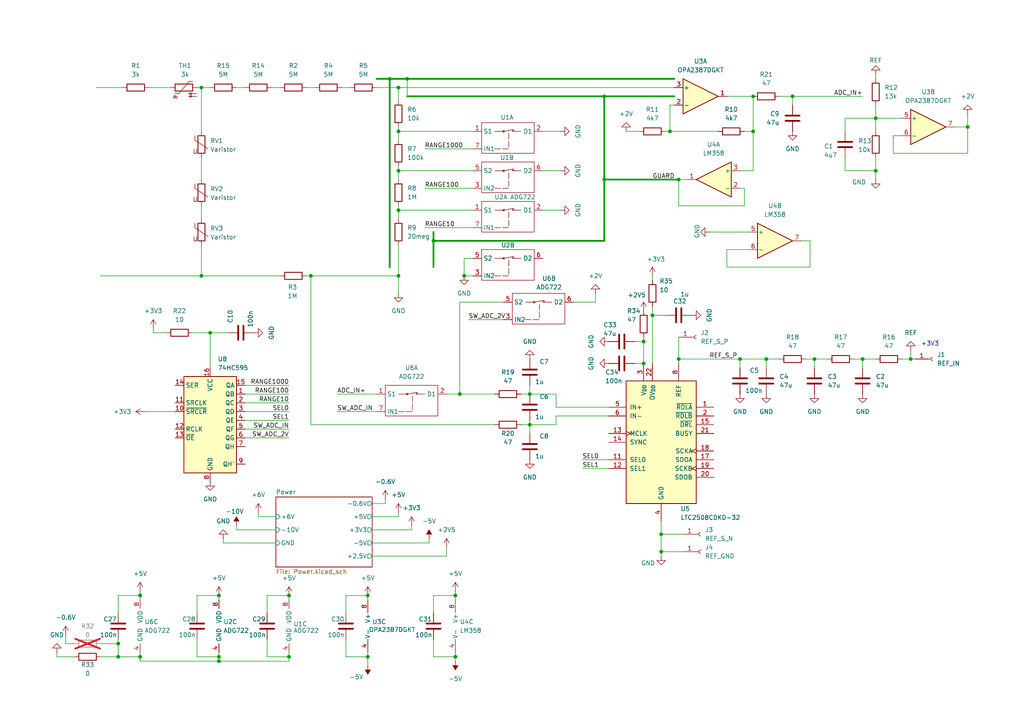
<source format=kicad_sch>
(kicad_sch (version 20231120) (generator "eeschema") (generator_version "8.0")
  (paper "A4")
  (lib_symbols
    (symbol "74xx:74HC595"
      (property "Reference" "U" (at -7.62 13.97 0))
      (property "Value" "74HC595" (at -7.62 -16.51 0))
      (symbol "74HC595_1_0"
        (pin tri_state line (at 10.16 7.62 180) (length 2.54) (name "QB") (number "1"))
        (pin input line (at -10.16 2.54 0) (length 2.54) (name "~{SRCLR}") (number "10"))
        (pin input line (at -10.16 5.08 0) (length 2.54) (name "SRCLK") (number "11"))
        (pin input line (at -10.16 -2.54 0) (length 2.54) (name "RCLK") (number "12"))
        (pin input line (at -10.16 -5.08 0) (length 2.54) (name "~{OE}") (number "13"))
        (pin input line (at -10.16 10.16 0) (length 2.54) (name "SER") (number "14"))
        (pin tri_state line (at 10.16 10.16 180) (length 2.54) (name "QA") (number "15"))
        (pin power_in line (at 0 15.24 270) (length 2.54) (name "VCC") (number "16"))
        (pin tri_state line (at 10.16 5.08 180) (length 2.54) (name "QC") (number "2"))
        (pin tri_state line (at 10.16 2.54 180) (length 2.54) (name "QD") (number "3"))
        (pin tri_state line (at 10.16 0 180) (length 2.54) (name "QE") (number "4"))
        (pin tri_state line (at 10.16 -2.54 180) (length 2.54) (name "QF") (number "5"))
        (pin tri_state line (at 10.16 -5.08 180) (length 2.54) (name "QG") (number "6"))
        (pin tri_state line (at 10.16 -7.62 180) (length 2.54) (name "QH") (number "7"))
        (pin power_in line (at 0 -17.78 90) (length 2.54) (name "GND") (number "8"))
        (pin output line (at 10.16 -12.7 180) (length 2.54) (name "QH'") (number "9"))
      )
    )
    (symbol "ADG722_1"
      (property "Reference" "U" (at 0 7.62 0))
      (property "Value" "ADG722" (at 0.508 4.826 0))
      (symbol "ADG722_1_1_1"
        (pin input line (at -10.16 1.27 0) (length 2.54) (name "S1") (number "1"))
        (pin output line (at 10.16 1.27 180) (length 2.54) (name "D1") (number "2"))
        (pin input line (at -10.16 -3.81 0) (length 2.54) (name "IN1") (number "7"))
      )
      (symbol "ADG722_1_2_1"
        (pin input line (at -10.16 -3.81 0) (length 2.54) (name "IN2") (number "3"))
        (pin input line (at -10.16 1.27 0) (length 2.54) (name "S2") (number "5"))
        (pin output line (at 10.16 1.27 180) (length 2.54) (name "D2") (number "6"))
      )
      (symbol "ADG722_1_3_1"
        (pin power_out line (at 0 -12.7 90) (length 2.54) (name "GND") (number "4"))
        (pin power_in line (at 0 2.54 270) (length 2.54) (name "VDD") (number "8"))
      )
    )
    (symbol "ADG722_2"
      (property "Reference" "U" (at 0 7.62 0))
      (property "Value" "ADG722" (at 0.508 4.826 0))
      (symbol "ADG722_2_1_1"
        (pin input line (at -10.16 1.27 0) (length 2.54) (name "S1") (number "1"))
        (pin output line (at 10.16 1.27 180) (length 2.54) (name "D1") (number "2"))
        (pin input line (at -10.16 -3.81 0) (length 2.54) (name "IN1") (number "7"))
      )
      (symbol "ADG722_2_2_1"
        (pin input line (at -10.16 -3.81 0) (length 2.54) (name "IN2") (number "3"))
        (pin input line (at -10.16 1.27 0) (length 2.54) (name "S2") (number "5"))
        (pin output line (at 10.16 1.27 180) (length 2.54) (name "D2") (number "6"))
      )
      (symbol "ADG722_2_3_1"
        (pin power_out line (at 0 -12.7 90) (length 2.54) (name "GND") (number "4"))
        (pin power_in line (at 0 2.54 270) (length 2.54) (name "VDD") (number "8"))
      )
    )
    (symbol "ADG722_3"
      (property "Reference" "U" (at 0 7.62 0))
      (property "Value" "ADG722" (at 0.508 4.826 0))
      (symbol "ADG722_3_1_1"
        (pin input line (at -10.16 1.27 0) (length 2.54) (name "S1") (number "1"))
        (pin output line (at 10.16 1.27 180) (length 2.54) (name "D1") (number "2"))
        (pin input line (at -10.16 -3.81 0) (length 2.54) (name "IN1") (number "7"))
      )
      (symbol "ADG722_3_2_1"
        (pin input line (at -10.16 -3.81 0) (length 2.54) (name "IN2") (number "3"))
        (pin input line (at -10.16 1.27 0) (length 2.54) (name "S2") (number "5"))
        (pin output line (at 10.16 1.27 180) (length 2.54) (name "D2") (number "6"))
      )
      (symbol "ADG722_3_3_1"
        (pin power_out line (at 0 -12.7 90) (length 2.54) (name "GND") (number "4"))
        (pin power_in line (at 0 2.54 270) (length 2.54) (name "VDD") (number "8"))
      )
    )
    (symbol "ADG722_4"
      (property "Reference" "U" (at 0 7.62 0))
      (property "Value" "ADG722" (at 0.508 4.826 0))
      (symbol "ADG722_4_1_1"
        (pin input line (at -10.16 1.27 0) (length 2.54) (name "S1") (number "1"))
        (pin output line (at 10.16 1.27 180) (length 2.54) (name "D1") (number "2"))
        (pin input line (at -10.16 -3.81 0) (length 2.54) (name "IN1") (number "7"))
      )
      (symbol "ADG722_4_2_1"
        (pin input line (at -10.16 -3.81 0) (length 2.54) (name "IN2") (number "3"))
        (pin input line (at -10.16 1.27 0) (length 2.54) (name "S2") (number "5"))
        (pin output line (at 10.16 1.27 180) (length 2.54) (name "D2") (number "6"))
      )
      (symbol "ADG722_4_3_1"
        (pin power_out line (at 0 -12.7 90) (length 2.54) (name "GND") (number "4"))
        (pin power_in line (at 0 2.54 270) (length 2.54) (name "VDD") (number "8"))
      )
    )
    (symbol "Amplifier_Operational:LM358" (pin_names (offset 0.127))
      (property "Reference" "U" (at 0 5.08 0))
      (property "Value" "LM358" (at 0 -5.08 0))
      (symbol "LM358_1_1"
        (pin output line (at 7.62 0 180) (length 2.54) (name "~") (number "1"))
        (pin input line (at -7.62 -2.54 0) (length 2.54) (name "-") (number "2"))
        (pin input line (at -7.62 2.54 0) (length 2.54) (name "+") (number "3"))
      )
      (symbol "LM358_2_1"
        (pin input line (at -7.62 2.54 0) (length 2.54) (name "+") (number "5"))
        (pin input line (at -7.62 -2.54 0) (length 2.54) (name "-") (number "6"))
        (pin output line (at 7.62 0 180) (length 2.54) (name "~") (number "7"))
      )
      (symbol "LM358_3_1"
        (pin power_in line (at -2.54 -7.62 90) (length 3.81) (name "V-") (number "4"))
        (pin power_in line (at -2.54 7.62 270) (length 3.81) (name "V+") (number "8"))
      )
    )
    (symbol "Amplifier_Operational:OPA2325" (pin_names (offset 0.127))
      (property "Reference" "U" (at 0 5.08 0))
      (property "Value" "OPA2325" (at -1.27 -5.08 0))
      (symbol "OPA2325_1_1"
        (pin output line (at 7.62 0 180) (length 2.54) (name "~") (number "1"))
        (pin input line (at -7.62 -2.54 0) (length 2.54) (name "-") (number "2"))
        (pin input line (at -7.62 2.54 0) (length 2.54) (name "+") (number "3"))
      )
      (symbol "OPA2325_2_1"
        (pin input line (at -7.62 2.54 0) (length 2.54) (name "+") (number "5"))
        (pin input line (at -7.62 -2.54 0) (length 2.54) (name "-") (number "6"))
        (pin output line (at 7.62 0 180) (length 2.54) (name "~") (number "7"))
      )
      (symbol "OPA2325_3_1"
        (pin power_in line (at -2.54 -7.62 90) (length 3.81) (name "V-") (number "4"))
        (pin power_in line (at -2.54 7.62 270) (length 3.81) (name "V+") (number "8"))
      )
    )
    (symbol "Analog_ADC:LTC2508CDKD-32" (pin_names (offset 1.016))
      (property "Reference" "U" (at -10.16 19.05 0))
      (property "Value" "LTC2508CDKD-32" (at 22.86 19.05 0))
      (symbol "LTC2508CDKD-32_1_1"
        (pin input line (at 15.24 10.16 180) (length 5.08) (name "~{RDLA}") (number "1"))
        (pin passive line (at 5.08 22.86 270) (length 5.08) hide (name "REF") (number "10"))
        (pin input line (at -15.24 -5.08 0) (length 5.08) (name "SEL0") (number "11"))
        (pin input line (at -15.24 -7.62 0) (length 5.08) (name "SEL1") (number "12"))
        (pin input clock (at -15.24 2.54 0) (length 5.08) (name "MCLK") (number "13"))
        (pin input line (at -15.24 0 0) (length 5.08) (name "SYNC") (number "14"))
        (pin output line (at 15.24 5.08 180) (length 5.08) (name "~{DRL}") (number "15"))
        (pin passive line (at 0 -22.86 90) (length 5.08) hide (name "GND") (number "16"))
        (pin tri_state line (at 15.24 -5.08 180) (length 5.08) (name "SDOA") (number "17"))
        (pin input clock (at 15.24 -2.54 180) (length 5.08) (name "SCKA") (number "18"))
        (pin input clock (at 15.24 -7.62 180) (length 5.08) (name "SCKB") (number "19"))
        (pin input line (at 15.24 7.62 180) (length 5.08) (name "~{RDLB}") (number "2"))
        (pin tri_state line (at 15.24 -10.16 180) (length 5.08) (name "SDOB") (number "20"))
        (pin output line (at 15.24 2.54 180) (length 5.08) (name "BUSY") (number "21"))
        (pin power_in line (at -2.54 22.86 270) (length 5.08) (name "OV_{DD}") (number "22"))
        (pin passive line (at 0 -22.86 90) (length 5.08) hide (name "GND") (number "23"))
        (pin passive line (at 0 -22.86 90) (length 5.08) hide (name "GND") (number "24"))
        (pin passive line (at 0 -22.86 90) (length 5.08) hide (name "GND") (number "25"))
        (pin power_in line (at -5.08 22.86 270) (length 5.08) (name "V_{DD}") (number "3"))
        (pin power_in line (at 0 -22.86 90) (length 5.08) (name "GND") (number "4"))
        (pin input line (at -15.24 10.16 0) (length 5.08) (name "IN+") (number "5"))
        (pin input line (at -15.24 7.62 0) (length 5.08) (name "IN-") (number "6"))
        (pin passive line (at 0 -22.86 90) (length 5.08) hide (name "GND") (number "7"))
        (pin passive line (at 5.08 22.86 270) (length 5.08) (name "REF") (number "8"))
        (pin passive line (at 5.08 22.86 270) (length 5.08) hide (name "REF") (number "9"))
      )
    )
    (symbol "Connector:Conn_01x01_Socket" (pin_names (offset 1.016) hide)
      (property "Reference" "J" (at 0 2.54 0))
      (property "Value" "Conn_01x01_Socket" (at 0 -2.54 0))
      (symbol "Conn_01x01_Socket_1_1"
        (pin passive line (at -5.08 0 0) (length 3.81) (name "Pin_1") (number "1"))
      )
    )
    (symbol "Device:C" (pin_numbers hide) (pin_names (offset 0.254))
      (property "Reference" "C" (at 0.635 2.54 0))
      (property "Value" "C" (at 0.635 -2.54 0))
      (symbol "C_1_1"
        (pin passive line (at 0 3.81 270) (length 2.794) (name "~") (number "1"))
        (pin passive line (at 0 -3.81 90) (length 2.794) (name "~") (number "2"))
      )
    )
    (symbol "Device:R" (pin_numbers hide) (pin_names (offset 0))
      (property "Reference" "R" (at 2.032 0 90))
      (property "Value" "R" (at 0 0 90))
      (symbol "R_1_1"
        (pin passive line (at 0 3.81 270) (length 1.27) (name "~") (number "1"))
        (pin passive line (at 0 -3.81 90) (length 1.27) (name "~") (number "2"))
      )
    )
    (symbol "Device:Thermistor_PTC" (pin_numbers hide) (pin_names (offset 0))
      (property "Reference" "TH" (at -4.064 0 90))
      (property "Value" "Thermistor_PTC" (at 3.048 0 90))
      (symbol "Thermistor_PTC_1_1"
        (pin passive line (at 0 3.81 270) (length 1.27) (name "~") (number "1"))
        (pin passive line (at 0 -3.81 90) (length 1.27) (name "~") (number "2"))
      )
    )
    (symbol "Device:Varistor" (pin_numbers hide) (pin_names (offset 0))
      (property "Reference" "RV" (at 3.175 0 90))
      (property "Value" "Varistor" (at -3.175 0 90))
      (symbol "Varistor_0_0"
        (text "U" (at -1.778 -2.032 0) (effects (font (size 1.27 1.27))))
      )
      (symbol "Varistor_1_1"
        (pin passive line (at 0 3.81 270) (length 1.27) (name "~") (number "1"))
        (pin passive line (at 0 -3.81 90) (length 1.27) (name "~") (number "2"))
      )
    )
    (symbol "New_Library:ADG722"
      (property "Reference" "U" (at 0 7.62 0))
      (symbol "ADG722_1_1"
        (pin input line (at -10.16 1.27 0) (length 2.54) (name "S1") (number "1"))
        (pin output line (at 10.16 1.27 180) (length 2.54) (name "D1") (number "2"))
        (pin input line (at -10.16 -3.81 0) (length 2.54) (name "IN1") (number "7"))
      )
      (symbol "ADG722_2_1"
        (pin input line (at -10.16 -3.81 0) (length 2.54) (name "IN2") (number "3"))
        (pin input line (at -10.16 1.27 0) (length 2.54) (name "S2") (number "5"))
        (pin output line (at 10.16 1.27 180) (length 2.54) (name "D2") (number "6"))
      )
      (symbol "ADG722_3_1"
        (pin power_out line (at 0 -12.7 90) (length 2.54) (name "GND") (number "4"))
        (pin power_in line (at 0 2.54 270) (length 2.54) (name "VDD") (number "8"))
      )
    )
    (symbol "power:+1V0" (power) (pin_numbers hide) (pin_names (offset 0) hide)
      (property "Value" "+1V0" (at 0 3.556 0))
      (symbol "+1V0_1_1"
        (pin power_in line (at 0 0 90) (length 0) (name "~") (number "1"))
      )
    )
    (symbol "power:+2V5" (power) (pin_numbers hide) (pin_names (offset 0) hide)
      (property "Value" "+2V5" (at 0 3.556 0))
      (symbol "+2V5_1_1"
        (pin power_in line (at 0 0 90) (length 0) (name "~") (number "1"))
      )
    )
    (symbol "power:+3V3" (power) (pin_numbers hide) (pin_names (offset 0) hide)
      (property "Value" "+3V3" (at 0 3.556 0))
      (symbol "+3V3_1_1"
        (pin power_in line (at 0 0 90) (length 0) (name "~") (number "1"))
      )
    )
    (symbol "power:+5V" (power) (pin_numbers hide) (pin_names (offset 0) hide)
      (property "Value" "+5V" (at 0 3.556 0))
      (symbol "+5V_1_1"
        (pin power_in line (at 0 0 90) (length 0) (name "~") (number "1"))
      )
    )
    (symbol "power:+6V" (power) (pin_numbers hide) (pin_names (offset 0) hide)
      (property "Value" "+6V" (at 0 3.556 0))
      (symbol "+6V_1_1"
        (pin power_in line (at 0 0 90) (length 0) (name "~") (number "1"))
      )
    )
    (symbol "power:-10V" (power) (pin_numbers hide) (pin_names (offset 0) hide)
      (property "Value" "-10V" (at 0 3.556 0))
      (symbol "-10V_0_0"
        (pin power_in line (at 0 0 90) (length 0) (name "~") (number "1"))
      )
    )
    (symbol "power:-5V" (power) (pin_numbers hide) (pin_names (offset 0) hide)
      (property "Value" "-5V" (at 0 3.556 0))
      (symbol "-5V_0_0"
        (pin power_in line (at 0 0 90) (length 0) (name "~") (number "1"))
      )
    )
    (symbol "power:GND" (power) (pin_numbers hide) (pin_names (offset 0) hide)
      (property "Value" "GND" (at 0 -3.81 0))
      (symbol "GND_1_1"
        (pin power_in line (at 0 0 270) (length 0) (name "~") (number "1"))
      )
    )
  )
  (junction (at 186.69 105.41))
  (junction (at 115.57 80.01))
  (junction (at 63.5 190.5))
  (junction (at 186.69 99.06))
  (junction (at 175.26 27.94))
  (junction (at 214.63 104.14))
  (junction (at 115.57 25.4))
  (junction (at 189.23 91.44))
  (junction (at 63.5 191.77))
  (junction (at 175.26 52.07))
  (junction (at 132.08 172.72))
  (junction (at 83.82 172.72))
  (junction (at 83.82 190.5))
  (junction (at 254 34.29))
  (junction (at 229.87 27.94))
  (junction (at 40.64 190.5))
  (junction (at 191.77 160.02))
  (junction (at 58.42 25.4))
  (junction (at 40.64 172.72))
  (junction (at 63.5 172.72))
  (junction (at 194.31 38.1))
  (junction (at 196.85 104.14))
  (junction (at 106.68 190.5))
  (junction (at 60.96 96.52))
  (junction (at 134.62 80.01))
  (junction (at 125.73 69.85))
  (junction (at 133.35 114.3))
  (junction (at 254 49.53))
  (junction (at 58.42 80.01))
  (junction (at 153.67 123.19))
  (junction (at 264.16 104.14))
  (junction (at 106.68 172.72))
  (junction (at 196.85 52.07))
  (junction (at 115.57 49.53))
  (junction (at 218.44 27.94))
  (junction (at 34.29 186.69))
  (junction (at 113.03 22.86))
  (junction (at 118.11 22.86))
  (junction (at 34.29 190.5))
  (junction (at 191.77 154.94))
  (junction (at 115.57 60.96))
  (junction (at 236.22 104.14))
  (junction (at 90.17 80.01))
  (junction (at 115.57 38.1))
  (junction (at 132.08 190.5))
  (junction (at 153.67 114.3))
  (junction (at 218.44 38.1))
  (junction (at 250.19 104.14))
  (junction (at 222.25 104.14))
  (junction (at 280.67 36.83))
  (wire (pts (xy 107.95 161.29) (xy 129.54 161.29)))
  (wire (pts (xy 83.82 111.76) (xy 71.12 111.76)))
  (wire (pts (xy 63.5 191.77) (xy 83.82 191.77)))
  (wire (pts (xy 58.42 38.1) (xy 58.42 25.4)))
  (wire (pts (xy 175.26 52.07) (xy 175.26 69.85)) (stroke (width 0.508)))
  (wire (pts (xy 214.63 106.68) (xy 214.63 104.14)))
  (wire (pts (xy 60.96 96.52) (xy 60.96 106.68)))
  (wire (pts (xy 77.47 185.42) (xy 77.47 190.5)))
  (wire (pts (xy 132.08 190.5) (xy 132.08 189.23)))
  (wire (pts (xy 153.67 114.3) (xy 161.29 114.3)))
  (wire (pts (xy 261.62 104.14) (xy 264.16 104.14)))
  (wire (pts (xy 77.47 177.8) (xy 77.47 172.72)))
  (wire (pts (xy 34.29 186.69) (xy 34.29 190.5)))
  (wire (pts (xy 99.06 25.4) (xy 101.6 25.4)))
  (wire (pts (xy 161.29 114.3) (xy 161.29 118.11)))
  (wire (pts (xy 68.58 25.4) (xy 71.12 25.4)))
  (wire (pts (xy 261.62 39.37) (xy 259.08 39.37)))
  (wire (pts (xy 245.11 49.53) (xy 254 49.53)))
  (wire (pts (xy 191.77 154.94) (xy 191.77 160.02)))
  (wire (pts (xy 97.79 119.38) (xy 109.22 119.38)))
  (wire (pts (xy 58.42 80.01) (xy 81.28 80.01)))
  (wire (pts (xy 125.73 177.8) (xy 125.73 172.72)))
  (wire (pts (xy 83.82 190.5) (xy 83.82 189.23)))
  (wire (pts (xy 153.67 121.92) (xy 153.67 123.19)))
  (wire (pts (xy 115.57 25.4) (xy 115.57 29.21)))
  (wire (pts (xy 44.45 96.52) (xy 48.26 96.52)))
  (wire (pts (xy 175.26 27.94) (xy 195.58 27.94)) (stroke (width 0.508)))
  (wire (pts (xy 123.19 43.18) (xy 137.16 43.18)))
  (wire (pts (xy 100.33 177.8) (xy 100.33 172.72)))
  (wire (pts (xy 40.64 190.5) (xy 40.64 189.23)))
  (wire (pts (xy 196.85 105.41) (xy 196.85 104.14)))
  (wire (pts (xy 196.85 52.07) (xy 175.26 52.07)) (stroke (width 0.508)))
  (wire (pts (xy 245.11 34.29) (xy 254 34.29)))
  (wire (pts (xy 133.35 87.63) (xy 133.35 114.3)))
  (wire (pts (xy 34.29 172.72) (xy 40.64 172.72)))
  (wire (pts (xy 205.74 67.31) (xy 217.17 67.31)))
  (wire (pts (xy 151.13 123.19) (xy 153.67 123.19)))
  (wire (pts (xy 157.48 38.1) (xy 162.56 38.1)))
  (wire (pts (xy 119.38 153.67) (xy 107.95 153.67)))
  (wire (pts (xy 186.69 99.06) (xy 186.69 105.41)))
  (wire (pts (xy 43.18 25.4) (xy 49.53 25.4)))
  (wire (pts (xy 115.57 71.12) (xy 115.57 80.01)))
  (wire (pts (xy 189.23 91.44) (xy 189.23 105.41)))
  (wire (pts (xy 125.73 185.42) (xy 125.73 190.5)))
  (wire (pts (xy 115.57 49.53) (xy 115.57 52.07)))
  (wire (pts (xy 280.67 44.45) (xy 280.67 36.83)))
  (wire (pts (xy 129.54 158.75) (xy 129.54 161.29)))
  (wire (pts (xy 109.22 22.86) (xy 113.03 22.86)) (stroke (width 0.508)))
  (wire (pts (xy 68.58 153.67) (xy 80.01 153.67)))
  (wire (pts (xy 161.29 118.11) (xy 176.53 118.11)))
  (wire (pts (xy 58.42 71.12) (xy 58.42 80.01)))
  (wire (pts (xy 233.68 104.14) (xy 236.22 104.14)))
  (wire (pts (xy 137.16 74.93) (xy 134.62 74.93)))
  (wire (pts (xy 83.82 190.5) (xy 83.82 191.77)))
  (wire (pts (xy 57.15 25.4) (xy 58.42 25.4)))
  (wire (pts (xy 222.25 104.14) (xy 226.06 104.14)))
  (wire (pts (xy 57.15 190.5) (xy 63.5 190.5)))
  (wire (pts (xy 115.57 148.59) (xy 115.57 149.86)))
  (wire (pts (xy 245.11 45.72) (xy 245.11 49.53)))
  (wire (pts (xy 106.68 189.23) (xy 106.68 190.5)))
  (wire (pts (xy 78.74 25.4) (xy 81.28 25.4)))
  (wire (pts (xy 218.44 27.94) (xy 210.82 27.94)))
  (wire (pts (xy 115.57 60.96) (xy 137.16 60.96)))
  (wire (pts (xy 29.21 190.5) (xy 34.29 190.5)))
  (wire (pts (xy 196.85 59.69) (xy 196.85 52.07)))
  (wire (pts (xy 115.57 149.86) (xy 107.95 149.86)))
  (wire (pts (xy 44.45 95.25) (xy 44.45 96.52)))
  (wire (pts (xy 106.68 172.72) (xy 106.68 173.99)))
  (wire (pts (xy 146.05 87.63) (xy 133.35 87.63)))
  (wire (pts (xy 161.29 120.65) (xy 176.53 120.65)))
  (wire (pts (xy 218.44 38.1) (xy 218.44 27.94)))
  (wire (pts (xy 194.31 38.1) (xy 208.28 38.1)))
  (wire (pts (xy 119.38 152.4) (xy 119.38 153.67)))
  (wire (pts (xy 214.63 49.53) (xy 218.44 49.53)))
  (wire (pts (xy 63.5 190.5) (xy 63.5 189.23)))
  (wire (pts (xy 40.64 172.72) (xy 40.64 173.99)))
  (wire (pts (xy 77.47 190.5) (xy 83.82 190.5)))
  (wire (pts (xy 250.19 106.68) (xy 250.19 104.14)))
  (wire (pts (xy 83.82 127) (xy 71.12 127)))
  (wire (pts (xy 83.82 119.38) (xy 71.12 119.38)))
  (wire (pts (xy 229.87 30.48) (xy 229.87 27.94)))
  (wire (pts (xy 254 34.29) (xy 261.62 34.29)))
  (wire (pts (xy 215.9 54.61) (xy 215.9 59.69)))
  (wire (pts (xy 57.15 172.72) (xy 63.5 172.72)))
  (wire (pts (xy 115.57 60.96) (xy 115.57 63.5)))
  (wire (pts (xy 191.77 160.02) (xy 198.12 160.02)))
  (wire (pts (xy 172.72 87.63) (xy 172.72 85.09)))
  (wire (pts (xy 90.17 123.19) (xy 90.17 80.01)))
  (wire (pts (xy 186.69 97.79) (xy 186.69 99.06)))
  (wire (pts (xy 135.89 92.71) (xy 146.05 92.71)))
  (wire (pts (xy 196.85 104.14) (xy 214.63 104.14)))
  (wire (pts (xy 210.82 77.47) (xy 234.95 77.47)))
  (wire (pts (xy 63.5 172.72) (xy 63.5 173.99)))
  (wire (pts (xy 64.77 157.48) (xy 64.77 156.21)))
  (wire (pts (xy 74.93 149.86) (xy 74.93 148.59)))
  (wire (pts (xy 57.15 185.42) (xy 57.15 190.5)))
  (wire (pts (xy 195.58 25.4) (xy 115.57 25.4)))
  (wire (pts (xy 83.82 114.3) (xy 71.12 114.3)))
  (wire (pts (xy 280.67 36.83) (xy 276.86 36.83)))
  (wire (pts (xy 191.77 154.94) (xy 191.77 151.13)))
  (wire (pts (xy 280.67 33.02) (xy 280.67 36.83)))
  (wire (pts (xy 264.16 104.14) (xy 265.43 104.14)))
  (wire (pts (xy 166.37 87.63) (xy 172.72 87.63)))
  (wire (pts (xy 254 30.48) (xy 254 34.29)))
  (wire (pts (xy 129.54 114.3) (xy 133.35 114.3)))
  (wire (pts (xy 234.95 69.85) (xy 232.41 69.85)))
  (wire (pts (xy 153.67 123.19) (xy 161.29 123.19)))
  (wire (pts (xy 58.42 25.4) (xy 60.96 25.4)))
  (wire (pts (xy 123.19 66.04) (xy 137.16 66.04)))
  (wire (pts (xy 113.03 22.86) (xy 118.11 22.86)) (stroke (width 0.508)))
  (wire (pts (xy 27.94 25.4) (xy 35.56 25.4)))
  (wire (pts (xy 115.57 49.53) (xy 137.16 49.53)))
  (wire (pts (xy 115.57 59.69) (xy 115.57 60.96)))
  (wire (pts (xy 115.57 36.83) (xy 115.57 38.1)))
  (wire (pts (xy 124.46 157.48) (xy 107.95 157.48)))
  (wire (pts (xy 250.19 104.14) (xy 247.65 104.14)))
  (wire (pts (xy 236.22 104.14) (xy 236.22 106.68)))
  (wire (pts (xy 58.42 45.72) (xy 58.42 52.07)))
  (wire (pts (xy 100.33 190.5) (xy 106.68 190.5)))
  (wire (pts (xy 58.42 59.69) (xy 58.42 63.5)))
  (wire (pts (xy 34.29 190.5) (xy 40.64 190.5)))
  (wire (pts (xy 88.9 25.4) (xy 91.44 25.4)))
  (wire (pts (xy 264.16 101.6) (xy 264.16 104.14)))
  (wire (pts (xy 106.68 190.5) (xy 106.68 193.04)))
  (wire (pts (xy 34.29 185.42) (xy 34.29 186.69)))
  (wire (pts (xy 134.62 80.01) (xy 137.16 80.01)))
  (wire (pts (xy 115.57 38.1) (xy 115.57 40.64)))
  (wire (pts (xy 176.53 135.89) (xy 168.91 135.89)))
  (wire (pts (xy 115.57 38.1) (xy 137.16 38.1)))
  (wire (pts (xy 133.35 114.3) (xy 143.51 114.3)))
  (wire (pts (xy 125.73 67.31) (xy 125.73 69.85)) (stroke (width 0.508)))
  (wire (pts (xy 250.19 104.14) (xy 254 104.14)))
  (wire (pts (xy 19.05 184.15) (xy 19.05 186.69)))
  (wire (pts (xy 83.82 172.72) (xy 83.82 173.99)))
  (wire (pts (xy 132.08 190.5) (xy 132.08 191.77)))
  (wire (pts (xy 132.08 172.72) (xy 132.08 173.99)))
  (wire (pts (xy 60.96 96.52) (xy 55.88 96.52)))
  (wire (pts (xy 196.85 52.07) (xy 199.39 52.07)))
  (wire (pts (xy 175.26 52.07) (xy 175.26 27.94)) (stroke (width 0.508)))
  (wire (pts (xy 254 49.53) (xy 254 52.07)))
  (wire (pts (xy 132.08 171.45) (xy 132.08 172.72)))
  (wire (pts (xy 143.51 123.19) (xy 90.17 123.19)))
  (wire (pts (xy 80.01 157.48) (xy 64.77 157.48)))
  (wire (pts (xy 83.82 116.84) (xy 71.12 116.84)))
  (wire (pts (xy 222.25 106.68) (xy 222.25 104.14)))
  (wire (pts (xy 80.01 149.86) (xy 74.93 149.86)))
  (wire (pts (xy 97.79 114.3) (xy 109.22 114.3)))
  (wire (pts (xy 161.29 120.65) (xy 161.29 123.19)))
  (wire (pts (xy 109.22 25.4) (xy 115.57 25.4)))
  (wire (pts (xy 157.48 60.96) (xy 162.56 60.96)))
  (wire (pts (xy 113.03 22.86) (xy 113.03 77.47)) (stroke (width 0.508)))
  (wire (pts (xy 215.9 38.1) (xy 218.44 38.1)))
  (wire (pts (xy 218.44 49.53) (xy 218.44 38.1)))
  (wire (pts (xy 60.96 96.52) (xy 66.04 96.52)))
  (wire (pts (xy 214.63 104.14) (xy 222.25 104.14)))
  (wire (pts (xy 125.73 190.5) (xy 132.08 190.5)))
  (wire (pts (xy 19.05 186.69) (xy 21.59 186.69)))
  (wire (pts (xy 83.82 124.46) (xy 71.12 124.46)))
  (wire (pts (xy 111.76 146.05) (xy 107.95 146.05)))
  (wire (pts (xy 90.17 80.01) (xy 115.57 80.01)))
  (wire (pts (xy 153.67 123.19) (xy 153.67 125.73)))
  (wire (pts (xy 41.91 119.38) (xy 50.8 119.38)))
  (wire (pts (xy 189.23 91.44) (xy 193.04 91.44)))
  (wire (pts (xy 125.73 69.85) (xy 125.73 77.47)) (stroke (width 0.508)))
  (wire (pts (xy 236.22 104.14) (xy 240.03 104.14)))
  (wire (pts (xy 229.87 27.94) (xy 226.06 27.94)))
  (wire (pts (xy 184.15 99.06) (xy 186.69 99.06)))
  (wire (pts (xy 16.51 190.5) (xy 21.59 190.5)))
  (wire (pts (xy 194.31 30.48) (xy 194.31 38.1)))
  (wire (pts (xy 189.23 80.01) (xy 189.23 81.28)))
  (wire (pts (xy 118.11 22.86) (xy 195.58 22.86)) (stroke (width 0.508)))
  (wire (pts (xy 259.08 44.45) (xy 280.67 44.45)))
  (wire (pts (xy 40.64 191.77) (xy 63.5 191.77)))
  (wire (pts (xy 115.57 80.01) (xy 115.57 85.09)))
  (wire (pts (xy 88.9 80.01) (xy 90.17 80.01)))
  (wire (pts (xy 234.95 77.47) (xy 234.95 69.85)))
  (wire (pts (xy 189.23 88.9) (xy 189.23 91.44)))
  (wire (pts (xy 229.87 27.94) (xy 250.19 27.94)))
  (wire (pts (xy 125.73 172.72) (xy 132.08 172.72)))
  (wire (pts (xy 83.82 121.92) (xy 71.12 121.92)))
  (wire (pts (xy 181.61 38.1) (xy 185.42 38.1)))
  (wire (pts (xy 184.15 105.41) (xy 186.69 105.41)))
  (wire (pts (xy 134.62 74.93) (xy 134.62 80.01)))
  (wire (pts (xy 153.67 111.76) (xy 153.67 114.3)))
  (wire (pts (xy 63.5 190.5) (xy 63.5 191.77)))
  (wire (pts (xy 215.9 59.69) (xy 196.85 59.69)))
  (wire (pts (xy 214.63 54.61) (xy 215.9 54.61)))
  (wire (pts (xy 57.15 177.8) (xy 57.15 172.72)))
  (wire (pts (xy 40.64 190.5) (xy 40.64 191.77)))
  (wire (pts (xy 151.13 114.3) (xy 153.67 114.3)))
  (wire (pts (xy 115.57 48.26) (xy 115.57 49.53)))
  (wire (pts (xy 29.21 80.01) (xy 58.42 80.01)))
  (wire (pts (xy 157.48 49.53) (xy 162.56 49.53)))
  (wire (pts (xy 245.11 38.1) (xy 245.11 34.29)))
  (wire (pts (xy 111.76 144.78) (xy 111.76 146.05)))
  (wire (pts (xy 123.19 54.61) (xy 137.16 54.61)))
  (wire (pts (xy 217.17 72.39) (xy 210.82 72.39)))
  (wire (pts (xy 195.58 30.48) (xy 194.31 30.48)))
  (wire (pts (xy 100.33 172.72) (xy 106.68 172.72)))
  (wire (pts (xy 168.91 133.35) (xy 176.53 133.35)))
  (wire (pts (xy 254 49.53) (xy 254 45.72)))
  (wire (pts (xy 259.08 39.37) (xy 259.08 44.45)))
  (wire (pts (xy 34.29 177.8) (xy 34.29 172.72)))
  (wire (pts (xy 254 34.29) (xy 254 38.1)))
  (wire (pts (xy 254 21.59) (xy 254 22.86)))
  (wire (pts (xy 210.82 72.39) (xy 210.82 77.47)))
  (wire (pts (xy 198.12 154.94) (xy 191.77 154.94)))
  (wire (pts (xy 77.47 172.72) (xy 83.82 172.72)))
  (wire (pts (xy 118.11 22.86) (xy 118.11 27.94)))
  (wire (pts (xy 100.33 185.42) (xy 100.33 190.5)))
  (wire (pts (xy 193.04 38.1) (xy 194.31 38.1)))
  (wire (pts (xy 68.58 152.4) (xy 68.58 153.67)))
  (wire (pts (xy 29.21 186.69) (xy 34.29 186.69)))
  (wire (pts (xy 196.85 97.79) (xy 196.85 104.14)))
  (wire (pts (xy 40.64 171.45) (xy 40.64 172.72)))
  (wire (pts (xy 191.77 160.02) (xy 191.77 161.29)))
  (wire (pts (xy 118.11 27.94) (xy 175.26 27.94)) (stroke (width 0.508)))
  (wire (pts (xy 16.51 189.23) (xy 16.51 190.5)))
  (wire (pts (xy 124.46 156.21) (xy 124.46 157.48)))
  (wire (pts (xy 175.26 69.85) (xy 125.73 69.85)) (stroke (width 0.508)))
  (text "+3V3" (at 269.748 99.822 0) (effects (font (size 1.27 1.27))))
  (label "RANGE1000" (at 123.19 43.18 0))
  (label "SW_ADC_2V" (at 83.82 127 180))
  (label "RANGE100" (at 123.19 54.61 0))
  (label "SEL0" (at 83.82 119.38 180))
  (label "ADC_IN+" (at 97.79 114.3 0))
  (label "RANGE10" (at 123.19 66.04 0))
  (label "RANGE1000" (at 83.82 111.76 180))
  (label "SW_ADC_IN" (at 97.79 119.38 0))
  (label "REF_S_P" (at 205.74 104.14 0))
  (label "SEL1" (at 83.82 121.92 180))
  (label "GUARD" (at 189.23 52.07 0))
  (label "SEL0" (at 168.91 133.35 0))
  (label "RANGE10" (at 83.82 116.84 180))
  (label "RANGE100" (at 83.82 114.3 180))
  (label "SW_ADC_2V" (at 135.89 92.71 0))
  (label "SEL1" (at 168.91 135.89 0))
  (label "ADC_IN+" (at 250.19 27.94 180))
  (label "SW_ADC_IN" (at 83.82 124.46 180))
  (symbol (lib_id "Device:R") (at 254 41.91 0) (unit 1)
    (property "Reference" "R13" (at 248.92 40.894 0) (effects (justify left)))
    (property "Value" "10k" (at 248.92 43.434 0) (effects (justify left)))
    (property "Footprint" "Resistor_SMD:R_1206_3216Metric_Pad1.30x1.75mm_HandSolder" (effects (hide yes)))
    (property "Description" "Resistor" (effects (hide yes)))
  )
  (symbol (lib_id "power:GND") (at 162.56 49.53 90) (unit 1)
    (property "Reference" "#PWR03" (effects (hide yes)))
    (property "Value" "GND" (at 167.64 49.53 0))
    (property "Description" "Power symbol creates a global label with name \"GND\" , ground" (effects (hide yes)))
  )
  (symbol (lib_id "power:GND") (at 176.53 105.41 270) (unit 1)
    (property "Reference" "#PWR079" (effects (hide yes)))
    (property "Value" "GND" (at 171.45 105.41 0))
    (property "Description" "Power symbol creates a global label with name \"GND\" , ground" (effects (hide yes)))
  )
  (symbol (lib_id "Device:Varistor") (at 58.42 67.31 0) (unit 1)
    (property "Reference" "RV3" (at 60.96 66.2332 0) (effects (justify left)))
    (property "Value" "Varistor" (at 60.96 68.7732 0) (effects (justify left)))
    (property "Footprint" "Varistor:RV_Disc_D7mm_W3.7mm_P5mm" (effects (hide yes)))
    (property "Description" "Voltage dependent resistor" (effects (hide yes)))
    (property "Sim.Name" "kicad_builtin_varistor" (effects (hide yes)))
    (property "Sim.Device" "SUBCKT" (effects (hide yes)))
    (property "Sim.Pins" "1=A 2=B" (effects (hide yes)))
    (property "Sim.Params" "threshold=1k" (effects (hide yes)))
    (property "Sim.Library" "${KICAD7_SYMBOL_DIR}/Simulation_SPICE.sp" (effects (hide yes)))
  )
  (symbol (lib_id "Device:C") (at 180.34 105.41 270) (unit 1)
    (property "Reference" "C34" (at 175.514 107.95 90) (effects (justify left)))
    (property "Value" "100n" (at 175.514 110.49 90) (effects (justify left)))
    (property "Footprint" "Capacitor_SMD:C_0805_2012Metric_Pad1.18x1.45mm_HandSolder" (effects (hide yes)))
    (property "Description" "Unpolarized capacitor" (effects (hide yes)))
  )
  (symbol (lib_id "power:GND") (at 64.77 156.21 180) (unit 1)
    (property "Reference" "#PWR072" (effects (hide yes)))
    (property "Value" "GND" (at 64.77 151.13 0))
    (property "Description" "Power symbol creates a global label with name \"GND\" , ground" (effects (hide yes)))
  )
  (symbol (lib_id "Connector:Conn_01x01_Socket") (at 203.2 154.94 0) (unit 1)
    (property "Reference" "J3" (at 204.47 153.6699 0) (effects (justify left)))
    (property "Value" "REF_S_N" (at 204.47 156.2099 0) (effects (justify left)))
    (property "Footprint" "Connector_PinHeader_2.54mm:PinHeader_1x01_P2.54mm_Vertical" (effects (hide yes)))
    (property "Description" "Generic connector, single row, 01x01, script generated" (effects (hide yes)))
  )
  (symbol (lib_id "Device:R") (at 85.09 25.4 90) (unit 1)
    (property "Reference" "R2" (at 85.09 19.05 90))
    (property "Value" "5M" (at 85.09 21.59 90))
    (property "Footprint" "Resistor_SMD:R_1206_3216Metric_Pad1.30x1.75mm_HandSolder" (effects (hide yes)))
    (property "Description" "Resistor" (effects (hide yes)))
  )
  (symbol (lib_id "Device:Varistor") (at 58.42 55.88 0) (unit 1)
    (property "Reference" "RV2" (at 60.96 54.8032 0) (effects (justify left)))
    (property "Value" "Varistor" (at 60.96 57.3432 0) (effects (justify left)))
    (property "Footprint" "Varistor:RV_Disc_D7mm_W3.7mm_P5mm" (effects (hide yes)))
    (property "Description" "Voltage dependent resistor" (effects (hide yes)))
    (property "Sim.Name" "kicad_builtin_varistor" (effects (hide yes)))
    (property "Sim.Device" "SUBCKT" (effects (hide yes)))
    (property "Sim.Pins" "1=A 2=B" (effects (hide yes)))
    (property "Sim.Params" "threshold=1k" (effects (hide yes)))
    (property "Sim.Library" "${KICAD7_SYMBOL_DIR}/Simulation_SPICE.sp" (effects (hide yes)))
  )
  (symbol (lib_id "power:+1V0") (at 111.76 144.78 0) (unit 1)
    (property "Reference" "#PWR060" (effects (hide yes)))
    (property "Value" "-0.6V" (at 111.76 139.7 0))
    (property "Description" "Power symbol creates a global label with name \"+1V0\"" (effects (hide yes)))
  )
  (symbol (lib_id "power:GND") (at 162.56 38.1 90) (unit 1)
    (property "Reference" "#PWR04" (effects (hide yes)))
    (property "Value" "GND" (at 167.64 38.1 0))
    (property "Description" "Power symbol creates a global label with name \"GND\" , ground" (effects (hide yes)))
  )
  (symbol (lib_id "Device:R") (at 115.57 55.88 180) (unit 1)
    (property "Reference" "R8" (at 118.11 54.6099 0) (effects (justify right)))
    (property "Value" "1M" (at 118.11 57.1499 0) (effects (justify right)))
    (property "Footprint" "Resistor_SMD:R_1206_3216Metric_Pad1.30x1.75mm_HandSolder" (effects (hide yes)))
    (property "Description" "Resistor" (effects (hide yes)))
  )
  (symbol (lib_id "Device:R") (at 105.41 25.4 90) (unit 1)
    (property "Reference" "R5" (at 105.41 19.05 90))
    (property "Value" "5M" (at 105.41 21.59 90))
    (property "Footprint" "Resistor_SMD:R_1206_3216Metric_Pad1.30x1.75mm_HandSolder" (effects (hide yes)))
    (property "Description" "Resistor" (effects (hide yes)))
  )
  (symbol (lib_id "power:GND") (at 115.57 85.09 0) (unit 1)
    (property "Reference" "#PWR01" (effects (hide yes)))
    (property "Value" "GND" (at 115.57 90.17 0))
    (property "Description" "Power symbol creates a global label with name \"GND\" , ground" (effects (hide yes)))
  )
  (symbol (lib_id "Amplifier_Operational:OPA2325") (at 109.22 181.61 0) (unit 3)
    (property "Reference" "U3" (at 107.95 180.3399 0) (effects (justify left)))
    (property "Value" "OPA2387DGKT" (at 106.934 182.626 0) (effects (justify left)))
    (property "Footprint" "Package_SO:SOIC-8_3.9x4.9mm_P1.27mm" (effects (hide yes)))
    (property "Datasheet" "http://www.ti.com/lit/ds/symlink/opa2325.pdf" (effects (hide yes)))
    (property "Description" "Precision, 10-MHz, Low-Noise, Low-Power, RRIO, CMOS Operational Amplifier, SOIC-8" (effects (hide yes)))
  )
  (symbol (lib_id "power:-5V") (at 106.68 193.04 180) (unit 1)
    (property "Reference" "#PWR068" (effects (hide yes)))
    (property "Value" "-5V" (at 103.378 196.342 0))
    (property "Description" "Power symbol creates a global label with name \"-5V\"" (effects (hide yes)))
  )
  (symbol (lib_name "ADG722_1") (lib_id "New_Library:ADG722") (at 40.64 176.53 0) (unit 3)
    (property "Reference" "U6" (at 41.91 180.3399 0) (effects (justify left)))
    (property "Value" "ADG722" (at 41.91 182.8799 0) (effects (justify left)))
    (property "Footprint" "Library:uSOIC" (effects (hide yes)))
  )
  (symbol (lib_name "ADG722_4") (lib_id "New_Library:ADG722") (at 63.5 176.53 0) (unit 3)
    (property "Reference" "U2" (at 64.77 180.3399 0) (effects (justify left)))
    (property "Value" "ADG722" (at 64.77 182.8799 0) (effects (justify left)))
    (property "Footprint" "Library:uSOIC" (effects (hide yes)))
  )
  (symbol (lib_id "power:+5V") (at 115.57 148.59 0) (unit 1)
    (property "Reference" "#PWR061" (effects (hide yes)))
    (property "Value" "+5V" (at 115.57 143.51 0))
    (property "Description" "Power symbol creates a global label with name \"+5V\"" (effects (hide yes)))
  )
  (symbol (lib_id "power:GND") (at 222.25 114.3 0) (unit 1)
    (property "Reference" "#PWR09" (effects (hide yes)))
    (property "Value" "GND" (at 222.25 119.38 0))
    (property "Description" "Power symbol creates a global label with name \"GND\" , ground" (effects (hide yes)))
  )
  (symbol (lib_id "power:-5V") (at 124.46 156.21 0) (unit 1)
    (property "Reference" "#PWR062" (effects (hide yes)))
    (property "Value" "-5V" (at 124.46 151.13 0))
    (property "Description" "Power symbol creates a global label with name \"-5V\"" (effects (hide yes)))
  )
  (symbol (lib_id "Device:R") (at 212.09 38.1 270) (unit 1)
    (property "Reference" "R10" (at 212.09 31.75 90))
    (property "Value" "4k7" (at 212.09 34.29 90))
    (property "Footprint" "Resistor_SMD:R_1206_3216Metric_Pad1.30x1.75mm_HandSolder" (effects (hide yes)))
    (property "Description" "Resistor" (effects (hide yes)))
  )
  (symbol (lib_id "power:+3V3") (at 41.91 119.38 90) (unit 1)
    (property "Reference" "#PWR022" (effects (hide yes)))
    (property "Value" "+3V3" (at 38.1 119.3799 90) (effects (justify left)))
    (property "Description" "Power symbol creates a global label with name \"+3V3\"" (effects (hide yes)))
  )
  (symbol (lib_id "power:GND") (at 205.74 67.31 270) (unit 1)
    (property "Reference" "#PWR057" (effects (hide yes)))
    (property "Value" "GND" (at 202.184 67.056 0))
    (property "Description" "Power symbol creates a global label with name \"GND\" , ground" (effects (hide yes)))
  )
  (symbol (lib_id "Device:C") (at 125.73 181.61 0) (unit 1)
    (property "Reference" "C31" (at 121.412 179.578 0) (effects (justify left)))
    (property "Value" "100n" (at 120.396 184.15 0) (effects (justify left)))
    (property "Footprint" "Capacitor_SMD:C_0805_2012Metric_Pad1.18x1.45mm_HandSolder" (effects (hide yes)))
    (property "Description" "Unpolarized capacitor" (effects (hide yes)))
  )
  (symbol (lib_id "power:GND") (at 250.19 114.3 0) (unit 1)
    (property "Reference" "#PWR011" (effects (hide yes)))
    (property "Value" "GND" (at 250.19 119.38 0))
    (property "Description" "Power symbol creates a global label with name \"GND\" , ground" (effects (hide yes)))
  )
  (symbol (lib_id "Device:C") (at 229.87 34.29 0) (mirror y) (unit 1)
    (property "Reference" "C9" (at 226.06 33.0199 0) (effects (justify left)))
    (property "Value" "47u" (at 226.06 35.5599 0) (effects (justify left)))
    (property "Footprint" "Capacitor_SMD:C_0805_2012Metric_Pad1.18x1.45mm_HandSolder" (effects (hide yes)))
    (property "Description" "Unpolarized capacitor" (effects (hide yes)))
  )
  (symbol (lib_id "power:-10V") (at 68.58 152.4 0) (unit 1)
    (property "Reference" "#PWR058" (effects (hide yes)))
    (property "Value" "-10V" (at 68.072 148.336 0))
    (property "Description" "Power symbol creates a global label with name \"-10V\"" (effects (hide yes)))
  )
  (symbol (lib_id "Device:C") (at 77.47 181.61 0) (unit 1)
    (property "Reference" "C29" (at 73.152 179.578 0) (effects (justify left)))
    (property "Value" "100n" (at 72.136 184.15 0) (effects (justify left)))
    (property "Footprint" "Capacitor_SMD:C_0805_2012Metric_Pad1.18x1.45mm_HandSolder" (effects (hide yes)))
    (property "Description" "Unpolarized capacitor" (effects (hide yes)))
  )
  (symbol (lib_id "Device:R") (at 95.25 25.4 90) (unit 1)
    (property "Reference" "R4" (at 95.25 19.05 90))
    (property "Value" "5M" (at 95.25 21.59 90))
    (property "Footprint" "Resistor_SMD:R_1206_3216Metric_Pad1.30x1.75mm_HandSolder" (effects (hide yes)))
    (property "Description" "Resistor" (effects (hide yes)))
  )
  (symbol (lib_id "power:GND") (at 200.66 91.44 90) (unit 1)
    (property "Reference" "#PWR075" (effects (hide yes)))
    (property "Value" "GND" (at 205.74 91.44 0))
    (property "Description" "Power symbol creates a global label with name \"GND\" , ground" (effects (hide yes)))
  )
  (symbol (lib_id "power:+5V") (at 83.82 172.72 0) (unit 1)
    (property "Reference" "#PWR066" (effects (hide yes)))
    (property "Value" "+5V" (at 83.82 167.64 0))
    (property "Description" "Power symbol creates a global label with name \"+5V\"" (effects (hide yes)))
  )
  (symbol (lib_id "power:GND") (at 214.63 114.3 0) (unit 1)
    (property "Reference" "#PWR013" (effects (hide yes)))
    (property "Value" "GND" (at 214.63 119.38 0))
    (property "Description" "Power symbol creates a global label with name \"GND\" , ground" (effects (hide yes)))
  )
  (symbol (lib_id "power:+2V5") (at 186.69 90.17 0) (unit 1)
    (property "Reference" "#PWR080" (effects (hide yes)))
    (property "Value" "+2V5" (at 184.658 85.598 0))
    (property "Description" "Power symbol creates a global label with name \"+2V5\"" (effects (hide yes)))
  )
  (symbol (lib_name "ADG722_1") (lib_id "New_Library:ADG722") (at 156.21 88.9 0) (unit 2)
    (property "Reference" "U6" (at 159.258 80.772 0))
    (property "Value" "ADG722" (at 159.258 83.312 0))
    (property "Footprint" "Library:uSOIC" (effects (hide yes)))
  )
  (symbol (lib_name "ADG722_3") (lib_id "New_Library:ADG722") (at 147.32 39.37 0) (unit 1)
    (property "Reference" "U1" (at 147.066 34.036 0))
    (property "Value" "ADG722" (effects (hide yes)))
    (property "Footprint" "Library:uSOIC" (effects (hide yes)))
  )
  (symbol (lib_name "ADG722_4") (lib_id "New_Library:ADG722") (at 147.32 62.23 0) (unit 1)
    (property "Reference" "U2" (at 145.288 57.15 0))
    (property "Value" "ADG722" (at 151.638 57.15 0))
    (property "Footprint" "Library:uSOIC" (effects (hide yes)))
  )
  (symbol (lib_id "New_Library:ADG722") (at 83.82 176.53 0) (unit 3)
    (property "Reference" "U1" (at 85.09 180.9749 0) (effects (justify left)))
    (property "Value" "ADG722" (at 85.09 182.88 0) (effects (justify left)))
    (property "Footprint" "Library:uSOIC" (effects (hide yes)))
  )
  (symbol (lib_id "Device:C") (at 100.33 181.61 0) (unit 1)
    (property "Reference" "C30" (at 96.012 179.578 0) (effects (justify left)))
    (property "Value" "100n" (at 94.996 184.15 0) (effects (justify left)))
    (property "Footprint" "Capacitor_SMD:C_0805_2012Metric_Pad1.18x1.45mm_HandSolder" (effects (hide yes)))
    (property "Description" "Unpolarized capacitor" (effects (hide yes)))
  )
  (symbol (lib_id "power:GND") (at 16.51 189.23 180) (unit 1)
    (property "Reference" "#PWR073" (effects (hide yes)))
    (property "Value" "GND" (at 16.51 184.15 0))
    (property "Description" "Power symbol creates a global label with name \"GND\" , ground" (effects (hide yes)))
  )
  (symbol (lib_id "Device:Thermistor_PTC") (at 53.34 25.4 90) (unit 1)
    (property "Reference" "TH1" (at 53.6575 19.05 90))
    (property "Value" "3k" (at 53.6575 21.59 90))
    (property "Footprint" "Resistor_THT:R_Axial_Power_L20.0mm_W6.4mm_P5.08mm_Vertical" (effects (hide yes)))
    (property "Description" "Temperature dependent resistor, positive temperature coefficient" (effects (hide yes)))
  )
  (symbol (lib_id "Device:C") (at 250.19 110.49 0) (unit 1)
    (property "Reference" "C2" (at 254 109.2199 0) (effects (justify left)))
    (property "Value" "47u" (at 254 111.7599 0) (effects (justify left)))
    (property "Footprint" "Capacitor_SMD:C_0805_2012Metric_Pad1.18x1.45mm_HandSolder" (effects (hide yes)))
    (property "Description" "Unpolarized capacitor" (effects (hide yes)))
  )
  (symbol (lib_id "Device:R") (at 147.32 123.19 270) (unit 1)
    (property "Reference" "R20" (at 147.32 125.73 90))
    (property "Value" "47" (at 147.32 128.27 90))
    (property "Footprint" "Resistor_SMD:R_1206_3216Metric_Pad1.30x1.75mm_HandSolder" (effects (hide yes)))
    (property "Description" "Resistor" (effects (hide yes)))
  )
  (symbol (lib_id "power:GND") (at 153.67 104.14 180) (unit 1)
    (property "Reference" "#PWR014" (effects (hide yes)))
    (property "Value" "GND" (at 153.67 99.06 0))
    (property "Description" "Power symbol creates a global label with name \"GND\" , ground" (effects (hide yes)))
  )
  (symbol (lib_id "Device:C") (at 153.67 107.95 0) (unit 1)
    (property "Reference" "C7" (at 156.464 104.902 0) (effects (justify left)))
    (property "Value" "1u" (at 155.194 110.744 0) (effects (justify left)))
    (property "Footprint" "Capacitor_SMD:C_0805_2012Metric_Pad1.18x1.45mm_HandSolder" (effects (hide yes)))
    (property "Description" "Unpolarized capacitor" (effects (hide yes)))
  )
  (symbol (lib_id "Connector:Conn_01x01_Socket") (at 201.93 97.79 0) (unit 1)
    (property "Reference" "J2" (at 203.2 96.5199 0) (effects (justify left)))
    (property "Value" "REF_S_P" (at 203.2 99.0599 0) (effects (justify left)))
    (property "Footprint" "Connector_PinHeader_2.54mm:PinHeader_1x01_P2.54mm_Vertical" (effects (hide yes)))
    (property "Description" "Generic connector, single row, 01x01, script generated" (effects (hide yes)))
  )
  (symbol (lib_id "Device:C") (at 180.34 99.06 270) (unit 1)
    (property "Reference" "C33" (at 175.006 94.234 90) (effects (justify left)))
    (property "Value" "47u" (at 175.006 96.774 90) (effects (justify left)))
    (property "Footprint" "Capacitor_SMD:C_0805_2012Metric_Pad1.18x1.45mm_HandSolder" (effects (hide yes)))
    (property "Description" "Unpolarized capacitor" (effects (hide yes)))
  )
  (symbol (lib_id "Device:R") (at 115.57 44.45 180) (unit 1)
    (property "Reference" "R7" (at 118.11 43.1799 0) (effects (justify right)))
    (property "Value" "100k" (at 118.11 45.7199 0) (effects (justify right)))
    (property "Footprint" "Resistor_SMD:R_1206_3216Metric_Pad1.30x1.75mm_HandSolder" (effects (hide yes)))
    (property "Description" "Resistor" (effects (hide yes)))
  )
  (symbol (lib_id "Device:R") (at 243.84 104.14 270) (unit 1)
    (property "Reference" "R17" (at 243.84 97.79 90))
    (property "Value" "47" (at 243.84 100.33 90))
    (property "Footprint" "Resistor_SMD:R_1206_3216Metric_Pad1.30x1.75mm_HandSolder" (effects (hide yes)))
    (property "Description" "Resistor" (effects (hide yes)))
  )
  (symbol (lib_id "power:GND") (at 236.22 114.3 0) (unit 1)
    (property "Reference" "#PWR010" (effects (hide yes)))
    (property "Value" "GND" (at 236.22 119.38 0))
    (property "Description" "Power symbol creates a global label with name \"GND\" , ground" (effects (hide yes)))
  )
  (symbol (lib_id "power:GND") (at 73.66 96.52 90) (unit 1)
    (property "Reference" "#PWR019" (effects (hide yes)))
    (property "Value" "GND" (at 78.74 96.52 0))
    (property "Description" "Power symbol creates a global label with name \"GND\" , ground" (effects (hide yes)))
  )
  (symbol (lib_id "Device:C") (at 34.29 181.61 0) (unit 1)
    (property "Reference" "C27" (at 29.972 179.578 0) (effects (justify left)))
    (property "Value" "100n" (at 28.956 184.15 0) (effects (justify left)))
    (property "Footprint" "Capacitor_SMD:C_0805_2012Metric_Pad1.18x1.45mm_HandSolder" (effects (hide yes)))
    (property "Description" "Unpolarized capacitor" (effects (hide yes)))
  )
  (symbol (lib_id "power:+1V0") (at 19.05 184.15 0) (unit 1)
    (property "Reference" "#PWR071" (effects (hide yes)))
    (property "Value" "-0.6V" (at 19.05 179.07 0))
    (property "Description" "Power symbol creates a global label with name \"+1V0\"" (effects (hide yes)))
  )
  (symbol (lib_id "Device:R") (at 25.4 186.69 90) (unit 1) (dnp yes)
    (property "Reference" "R32" (at 25.4 181.61 90))
    (property "Value" "0" (at 25.4 184.15 90))
    (property "Footprint" "Resistor_SMD:R_1206_3216Metric_Pad1.30x1.75mm_HandSolder" (effects (hide yes)))
    (property "Description" "Resistor" (effects (hide yes)))
  )
  (symbol (lib_id "Device:R") (at 189.23 38.1 270) (unit 1)
    (property "Reference" "R11" (at 189.23 31.75 90))
    (property "Value" "4k7" (at 189.23 34.29 90))
    (property "Footprint" "Resistor_SMD:R_1206_3216Metric_Pad1.30x1.75mm_HandSolder" (effects (hide yes)))
    (property "Description" "Resistor" (effects (hide yes)))
  )
  (symbol (lib_id "power:+2V5") (at 129.54 158.75 0) (unit 1)
    (property "Reference" "#PWR077" (effects (hide yes)))
    (property "Value" "+2V5" (at 129.54 153.67 0))
    (property "Description" "Power symbol creates a global label with name \"+2V5\"" (effects (hide yes)))
  )
  (symbol (lib_id "power:GND") (at 176.53 99.06 270) (unit 1)
    (property "Reference" "#PWR078" (effects (hide yes)))
    (property "Value" "GND" (at 171.45 99.06 0))
    (property "Description" "Power symbol creates a global label with name \"GND\" , ground" (effects (hide yes)))
  )
  (symbol (lib_id "Device:C") (at 196.85 91.44 90) (unit 1)
    (property "Reference" "C32" (at 199.136 87.376 90) (effects (justify left)))
    (property "Value" "1u" (at 199.898 85.344 90) (effects (justify left)))
    (property "Footprint" "Capacitor_SMD:C_0805_2012Metric_Pad1.18x1.45mm_HandSolder" (effects (hide yes)))
    (property "Description" "Unpolarized capacitor" (effects (hide yes)))
  )
  (symbol (lib_id "power:GND") (at 280.67 33.02 180) (unit 1)
    (property "Reference" "#PWR07" (effects (hide yes)))
    (property "Value" "+2V" (at 280.67 27.94 0))
    (property "Description" "Power symbol creates a global label with name \"GND\" , ground" (effects (hide yes)))
  )
  (symbol (lib_id "power:GND") (at 181.61 38.1 180) (unit 1)
    (property "Reference" "#PWR06" (effects (hide yes)))
    (property "Value" "+2V" (at 181.61 33.02 0))
    (property "Description" "Power symbol creates a global label with name \"GND\" , ground" (effects (hide yes)))
  )
  (symbol (lib_id "Device:R") (at 257.81 104.14 270) (unit 1)
    (property "Reference" "R16" (at 257.81 97.79 90))
    (property "Value" "47" (at 257.81 100.33 90))
    (property "Footprint" "Resistor_SMD:R_1206_3216Metric_Pad1.30x1.75mm_HandSolder" (effects (hide yes)))
    (property "Description" "Resistor" (effects (hide yes)))
  )
  (symbol (lib_id "Device:R") (at 74.93 25.4 90) (unit 1)
    (property "Reference" "R14" (at 74.93 19.05 90))
    (property "Value" "5M" (at 74.93 21.59 90))
    (property "Footprint" "Resistor_SMD:R_1206_3216Metric_Pad1.30x1.75mm_HandSolder" (effects (hide yes)))
    (property "Description" "Resistor" (effects (hide yes)))
  )
  (symbol (lib_id "power:GND") (at 134.62 80.01 0) (unit 1)
    (property "Reference" "#PWR056" (effects (hide yes)))
    (property "Value" "GND" (at 134.62 85.09 0))
    (property "Description" "Power symbol creates a global label with name \"GND\" , ground" (effects (hide yes)))
  )
  (symbol (lib_id "Connector:Conn_01x01_Socket") (at 270.51 104.14 0) (unit 1)
    (property "Reference" "J1" (at 271.78 102.8699 0) (effects (justify left)))
    (property "Value" "REF_IN" (at 271.78 105.4099 0) (effects (justify left)))
    (property "Footprint" "Connector_PinHeader_2.54mm:PinHeader_1x01_P2.54mm_Vertical" (effects (hide yes)))
    (property "Description" "Generic connector, single row, 01x01, script generated" (effects (hide yes)))
  )
  (symbol (lib_id "Device:C") (at 153.67 118.11 0) (unit 1)
    (property "Reference" "C6" (at 156.464 115.062 0) (effects (justify left)))
    (property "Value" "1u" (at 155.194 120.904 0) (effects (justify left)))
    (property "Footprint" "Capacitor_SMD:C_0805_2012Metric_Pad1.18x1.45mm_HandSolder" (effects (hide yes)))
    (property "Description" "Unpolarized capacitor" (effects (hide yes)))
  )
  (symbol (lib_id "Device:R") (at 222.25 27.94 90) (mirror x) (unit 1)
    (property "Reference" "R21" (at 222.25 21.59 90))
    (property "Value" "47" (at 222.25 24.13 90))
    (property "Footprint" "Resistor_SMD:R_1206_3216Metric_Pad1.30x1.75mm_HandSolder" (effects (hide yes)))
    (property "Description" "Resistor" (effects (hide yes)))
  )
  (symbol (lib_id "Device:C") (at 222.25 110.49 0) (unit 1)
    (property "Reference" "C4" (at 226.06 109.2199 0) (effects (justify left)))
    (property "Value" "47u" (at 226.06 111.7599 0) (effects (justify left)))
    (property "Footprint" "Capacitor_SMD:C_0805_2012Metric_Pad1.18x1.45mm_HandSolder" (effects (hide yes)))
    (property "Description" "Unpolarized capacitor" (effects (hide yes)))
  )
  (symbol (lib_id "Device:R") (at 147.32 114.3 270) (unit 1)
    (property "Reference" "R19" (at 147.32 107.95 90))
    (property "Value" "47" (at 147.32 110.49 90))
    (property "Footprint" "Resistor_SMD:R_1206_3216Metric_Pad1.30x1.75mm_HandSolder" (effects (hide yes)))
    (property "Description" "Resistor" (effects (hide yes)))
  )
  (symbol (lib_id "Device:C") (at 245.11 41.91 0) (unit 1)
    (property "Reference" "C1" (at 239.014 42.418 0) (effects (justify left)))
    (property "Value" "4u7" (at 239.014 44.958 0) (effects (justify left)))
    (property "Footprint" "Capacitor_SMD:C_0805_2012Metric_Pad1.18x1.45mm_HandSolder" (effects (hide yes)))
    (property "Description" "Unpolarized capacitor" (effects (hide yes)))
  )
  (symbol (lib_id "Device:C") (at 214.63 110.49 0) (unit 1)
    (property "Reference" "C5" (at 217.424 107.442 0) (effects (justify left)))
    (property "Value" "100n" (at 216.154 113.284 0) (effects (justify left)))
    (property "Footprint" "Capacitor_SMD:C_0805_2012Metric_Pad1.18x1.45mm_HandSolder" (effects (hide yes)))
    (property "Description" "Unpolarized capacitor" (effects (hide yes)))
  )
  (symbol (lib_id "power:+5V") (at 63.5 172.72 0) (unit 1)
    (property "Reference" "#PWR065" (effects (hide yes)))
    (property "Value" "+5V" (at 63.5 167.64 0))
    (property "Description" "Power symbol creates a global label with name \"+5V\"" (effects (hide yes)))
  )
  (symbol (lib_id "power:+3V3") (at 119.38 152.4 0) (unit 1)
    (property "Reference" "#PWR063" (effects (hide yes)))
    (property "Value" "+3V3" (at 119.38 147.32 0))
    (property "Description" "Power symbol creates a global label with name \"+3V3\"" (effects (hide yes)))
  )
  (symbol (lib_id "Amplifier_Operational:LM358") (at 207.01 52.07 0) (mirror y) (unit 1)
    (property "Reference" "U4" (at 207.01 41.91 0))
    (property "Value" "LM358" (at 207.01 44.45 0))
    (property "Footprint" "Package_SO:SOIC-8_3.9x4.9mm_P1.27mm" (effects (hide yes)))
    (property "Datasheet" "http://www.ti.com/lit/ds/symlink/lm2904-n.pdf" (effects (hide yes)))
    (property "Description" "Low-Power, Dual Operational Amplifiers, DIP-8/SOIC-8/TO-99-8" (effects (hide yes)))
  )
  (symbol (lib_id "Amplifier_Operational:LM358") (at 224.79 69.85 0) (unit 2)
    (property "Reference" "U4" (at 224.79 59.69 0))
    (property "Value" "LM358" (at 224.79 62.23 0))
    (property "Footprint" "Package_SO:SOIC-8_3.9x4.9mm_P1.27mm" (effects (hide yes)))
    (property "Datasheet" "http://www.ti.com/lit/ds/symlink/lm2904-n.pdf" (effects (hide yes)))
    (property "Description" "Low-Power, Dual Operational Amplifiers, DIP-8/SOIC-8/TO-99-8" (effects (hide yes)))
  )
  (symbol (lib_id "Device:R") (at 52.07 96.52 90) (unit 1)
    (property "Reference" "R22" (at 52.07 90.17 90))
    (property "Value" "10" (at 52.07 92.71 90))
    (property "Footprint" "Resistor_THT:R_Axial_DIN0207_L6.3mm_D2.5mm_P15.24mm_Horizontal" (effects (hide yes)))
    (property "Description" "Resistor" (effects (hide yes)))
  )
  (symbol (lib_id "power:+3V3") (at 189.23 80.01 0) (unit 1)
    (property "Reference" "#PWR074" (effects (hide yes)))
    (property "Value" "+3V3" (at 190.246 75.184 0))
    (property "Description" "Power symbol creates a global label with name \"+3V3\"" (effects (hide yes)))
  )
  (symbol (lib_id "Connector:Conn_01x01_Socket") (at 203.2 160.02 0) (unit 1)
    (property "Reference" "J4" (at 204.47 158.7499 0) (effects (justify left)))
    (property "Value" "REF_GND" (at 204.47 161.2899 0) (effects (justify left)))
    (property "Footprint" "Connector_PinHeader_2.54mm:PinHeader_1x01_P2.54mm_Vertical" (effects (hide yes)))
    (property "Description" "Generic connector, single row, 01x01, script generated" (effects (hide yes)))
  )
  (symbol (lib_id "Device:R") (at 64.77 25.4 90) (unit 1)
    (property "Reference" "R15" (at 64.77 19.05 90))
    (property "Value" "5M" (at 64.77 21.59 90))
    (property "Footprint" "Resistor_SMD:R_1206_3216Metric_Pad1.30x1.75mm_HandSolder" (effects (hide yes)))
    (property "Description" "Resistor" (effects (hide yes)))
  )
  (symbol (lib_id "Amplifier_Operational:OPA2325") (at 203.2 27.94 0) (unit 1)
    (property "Reference" "U3" (at 203.2 17.78 0))
    (property "Value" "OPA2387DGKT" (at 203.2 20.32 0))
    (property "Footprint" "Package_SO:SOIC-8_3.9x4.9mm_P1.27mm" (effects (hide yes)))
    (property "Datasheet" "http://www.ti.com/lit/ds/symlink/opa2325.pdf" (effects (hide yes)))
    (property "Description" "Precision, 10-MHz, Low-Noise, Low-Power, RRIO, CMOS Operational Amplifier, SOIC-8" (effects (hide yes)))
  )
  (symbol (lib_id "power:+5V") (at 106.68 172.72 0) (unit 1)
    (property "Reference" "#PWR067" (effects (hide yes)))
    (property "Value" "+5V" (at 106.68 167.64 0))
    (property "Description" "Power symbol creates a global label with name \"+5V\"" (effects (hide yes)))
  )
  (symbol (lib_id "Device:R") (at 189.23 85.09 0) (unit 1)
    (property "Reference" "R35" (at 191.262 81.534 0) (effects (justify left)))
    (property "Value" "10" (at 191.262 84.074 0) (effects (justify left)))
    (property "Footprint" "Resistor_SMD:R_1206_3216Metric_Pad1.30x1.75mm_HandSolder" (effects (hide yes)))
    (property "Description" "Resistor" (effects (hide yes)))
  )
  (symbol (lib_id "power:GND") (at 153.67 133.35 0) (unit 1)
    (property "Reference" "#PWR015" (effects (hide yes)))
    (property "Value" "GND" (at 153.67 138.43 0))
    (property "Description" "Power symbol creates a global label with name \"GND\" , ground" (effects (hide yes)))
  )
  (symbol (lib_id "power:+5V") (at 40.64 171.45 0) (unit 1)
    (property "Reference" "#PWR064" (effects (hide yes)))
    (property "Value" "+5V" (at 40.64 166.37 0))
    (property "Description" "Power symbol creates a global label with name \"+5V\"" (effects (hide yes)))
  )
  (symbol (lib_id "Device:R") (at 85.09 80.01 90) (unit 1)
    (property "Reference" "R3" (at 84.836 83.312 90))
    (property "Value" "1M" (at 84.836 85.852 90))
    (property "Footprint" "Resistor_SMD:R_1206_3216Metric_Pad1.30x1.75mm_HandSolder" (effects (hide yes)))
    (property "Description" "Resistor" (effects (hide yes)))
  )
  (symbol (lib_id "power:+6V") (at 74.93 148.59 0) (unit 1)
    (property "Reference" "#PWR059" (effects (hide yes)))
    (property "Value" "+6V" (at 74.93 143.51 0))
    (property "Description" "Power symbol creates a global label with name \"+6V\"" (effects (hide yes)))
  )
  (symbol (lib_id "power:GND") (at 60.96 139.7 0) (unit 1)
    (property "Reference" "#PWR020" (effects (hide yes)))
    (property "Value" "GND" (at 60.96 144.78 0))
    (property "Description" "Power symbol creates a global label with name \"GND\" , ground" (effects (hide yes)))
  )
  (symbol (lib_id "Device:R") (at 39.37 25.4 90) (unit 1)
    (property "Reference" "R1" (at 39.37 19.05 90))
    (property "Value" "3k" (at 39.37 21.59 90))
    (property "Footprint" "Resistor_THT:R_Axial_DIN0207_L6.3mm_D2.5mm_P15.24mm_Horizontal" (effects (hide yes)))
    (property "Description" "Resistor" (effects (hide yes)))
  )
  (symbol (lib_id "Device:C") (at 69.85 96.52 90) (unit 1)
    (property "Reference" "C10" (at 66.802 93.726 0) (effects (justify left)))
    (property "Value" "100n" (at 72.644 94.996 0) (effects (justify left)))
    (property "Footprint" "Capacitor_SMD:C_0805_2012Metric_Pad1.18x1.45mm_HandSolder" (effects (hide yes)))
    (property "Description" "Unpolarized capacitor" (effects (hide yes)))
  )
  (symbol (lib_id "Analog_ADC:LTC2508CDKD-32") (at 191.77 128.27 0) (unit 1)
    (property "Reference" "U5" (at 197.358 147.574 0) (effects (justify left)))
    (property "Value" "LTC2508CDKD-32" (at 197.358 150.114 0) (effects (justify left)))
    (property "Footprint" "Package_DFN_QFN:DFN-24-1EP_4x7mm_P0.5mm_EP2.64x6.44mm" (effects (hide yes)))
    (property "Datasheet" "https://www.analog.com/media/en/technical-documentation/data-sheets/250832fc.pdf" (effects (hide yes)))
    (property "Description" "32-Bit Oversampling ADC with Configurable Digital Filter, 0°C to 70°C, DFN-24 package" (effects (hide yes)))
  )
  (symbol (lib_id "Device:C") (at 153.67 129.54 0) (unit 1)
    (property "Reference" "C8" (at 156.464 126.492 0) (effects (justify left)))
    (property "Value" "1u" (at 155.194 132.334 0) (effects (justify left)))
    (property "Footprint" "Capacitor_SMD:C_0805_2012Metric_Pad1.18x1.45mm_HandSolder" (effects (hide yes)))
    (property "Description" "Unpolarized capacitor" (effects (hide yes)))
  )
  (symbol (lib_id "power:GND") (at 191.77 161.29 0) (unit 1)
    (property "Reference" "#PWR012" (effects (hide yes)))
    (property "Value" "GND" (at 187.96 163.322 0))
    (property "Description" "Power symbol creates a global label with name \"GND\" , ground" (effects (hide yes)))
  )
  (symbol (lib_id "power:GND") (at 264.16 101.6 180) (unit 1)
    (property "Reference" "#PWR021" (effects (hide yes)))
    (property "Value" "REF" (at 264.16 96.52 0))
    (property "Description" "Power symbol creates a global label with name \"GND\" , ground" (effects (hide yes)))
  )
  (symbol (lib_id "Device:Varistor") (at 58.42 41.91 0) (unit 1)
    (property "Reference" "RV1" (at 60.96 40.8332 0) (effects (justify left)))
    (property "Value" "Varistor" (at 60.96 43.3732 0) (effects (justify left)))
    (property "Footprint" "Varistor:RV_Disc_D7mm_W3.7mm_P5mm" (effects (hide yes)))
    (property "Description" "Voltage dependent resistor" (effects (hide yes)))
    (property "Sim.Name" "kicad_builtin_varistor" (effects (hide yes)))
    (property "Sim.Device" "SUBCKT" (effects (hide yes)))
    (property "Sim.Pins" "1=A 2=B" (effects (hide yes)))
    (property "Sim.Params" "threshold=1k" (effects (hide yes)))
    (property "Sim.Library" "${KICAD7_SYMBOL_DIR}/Simulation_SPICE.sp" (effects (hide yes)))
  )
  (symbol (lib_name "ADG722_1") (lib_id "New_Library:ADG722") (at 119.38 115.57 0) (unit 1)
    (property "Reference" "U6" (at 119.38 106.68 0))
    (property "Value" "ADG722" (at 119.38 109.22 0))
    (property "Footprint" "Library:uSOIC" (effects (hide yes)))
  )
  (symbol (lib_name "ADG722_2") (lib_id "New_Library:ADG722") (at 147.32 50.8 0) (unit 2)
    (property "Reference" "U1" (at 147.066 45.72 0))
    (property "Value" "ADG722" (effects (hide yes)))
    (property "Footprint" "Library:uSOIC" (effects (hide yes)))
  )
  (symbol (lib_id "Device:R") (at 186.69 93.98 0) (unit 1)
    (property "Reference" "R34" (at 181.864 90.17 0) (effects (justify left)))
    (property "Value" "47" (at 181.864 92.71 0) (effects (justify left)))
    (property "Footprint" "Resistor_SMD:R_1206_3216Metric_Pad1.30x1.75mm_HandSolder" (effects (hide yes)))
    (property "Description" "Resistor" (effects (hide yes)))
  )
  (symbol (lib_name "ADG722_4") (lib_id "New_Library:ADG722") (at 147.32 76.2 0) (unit 2)
    (property "Reference" "U2" (at 147.32 71.12 0))
    (property "Value" "ADG722" (effects (hide yes)))
    (property "Footprint" "Library:uSOIC" (effects (hide yes)))
  )
  (symbol (lib_id "Device:R") (at 115.57 67.31 180) (unit 1)
    (property "Reference" "R9" (at 118.11 66.0399 0) (effects (justify right)))
    (property "Value" "20meg" (at 118.11 68.5799 0) (effects (justify right)))
    (property "Footprint" "Resistor_SMD:R_1206_3216Metric_Pad1.30x1.75mm_HandSolder" (effects (hide yes)))
    (property "Description" "Resistor" (effects (hide yes)))
  )
  (symbol (lib_id "Amplifier_Operational:OPA2325") (at 269.24 36.83 0) (unit 2)
    (property "Reference" "U3" (at 269.24 26.67 0))
    (property "Value" "OPA2387DGKT" (at 269.24 29.21 0))
    (property "Footprint" "Package_SO:SOIC-8_3.9x4.9mm_P1.27mm" (effects (hide yes)))
    (property "Datasheet" "http://www.ti.com/lit/ds/symlink/opa2325.pdf" (effects (hide yes)))
    (property "Description" "Precision, 10-MHz, Low-Noise, Low-Power, RRIO, CMOS Operational Amplifier, SOIC-8" (effects (hide yes)))
  )
  (symbol (lib_id "74xx:74HC595") (at 60.96 121.92 0) (unit 1)
    (property "Reference" "U8" (at 63.1541 104.14 0) (effects (justify left)))
    (property "Value" "74HC595" (at 63.1541 106.68 0) (effects (justify left)))
    (property "Footprint" "Package_SO:SOIC-16_3.9x9.9mm_P1.27mm" (effects (hide yes)))
    (property "Datasheet" "http://www.ti.com/lit/ds/symlink/sn74hc595.pdf" (effects (hide yes)))
    (property "Description" "8-bit serial in/out Shift Register 3-State Outputs" (effects (hide yes)))
  )
  (symbol (lib_id "power:GND") (at 254 21.59 180) (unit 1)
    (property "Reference" "#PWR08" (effects (hide yes)))
    (property "Value" "REF" (at 254 17.526 0))
    (property "Description" "Power symbol creates a global label with name \"GND\" , ground" (effects (hide yes)))
  )
  (symbol (lib_id "Device:R") (at 229.87 104.14 270) (unit 1)
    (property "Reference" "R18" (at 229.87 97.79 90))
    (property "Value" "47" (at 229.87 100.33 90))
    (property "Footprint" "Resistor_SMD:R_1206_3216Metric_Pad1.30x1.75mm_HandSolder" (effects (hide yes)))
    (property "Description" "Resistor" (effects (hide yes)))
  )
  (symbol (lib_id "Device:C") (at 57.15 181.61 0) (unit 1)
    (property "Reference" "C28" (at 52.832 179.578 0) (effects (justify left)))
    (property "Value" "100n" (at 51.816 184.15 0) (effects (justify left)))
    (property "Footprint" "Capacitor_SMD:C_0805_2012Metric_Pad1.18x1.45mm_HandSolder" (effects (hide yes)))
    (property "Description" "Unpolarized capacitor" (effects (hide yes)))
  )
  (symbol (lib_id "power:GND") (at 254 52.07 0) (unit 1)
    (property "Reference" "#PWR05" (effects (hide yes)))
    (property "Value" "GND" (at 249.174 52.832 0))
    (property "Description" "Power symbol creates a global label with name \"GND\" , ground" (effects (hide yes)))
  )
  (symbol (lib_id "power:GND") (at 172.72 85.09 180) (unit 1)
    (property "Reference" "#PWR017" (effects (hide yes)))
    (property "Value" "+2V" (at 172.72 80.01 0))
    (property "Description" "Power symbol creates a global label with name \"GND\" , ground" (effects (hide yes)))
  )
  (symbol (lib_id "power:+5V") (at 132.08 171.45 0) (unit 1)
    (property "Reference" "#PWR069" (effects (hide yes)))
    (property "Value" "+5V" (at 132.08 166.37 0))
    (property "Description" "Power symbol creates a global label with name \"+5V\"" (effects (hide yes)))
  )
  (symbol (lib_id "Amplifier_Operational:LM358") (at 134.62 181.61 0) (unit 3)
    (property "Reference" "U4" (at 133.35 180.3399 0) (effects (justify left)))
    (property "Value" "LM358" (at 133.35 182.8799 0) (effects (justify left)))
    (property "Footprint" "Package_SO:SOIC-8_3.9x4.9mm_P1.27mm" (effects (hide yes)))
    (property "Datasheet" "http://www.ti.com/lit/ds/symlink/lm2904-n.pdf" (effects (hide yes)))
    (property "Description" "Low-Power, Dual Operational Amplifiers, DIP-8/SOIC-8/TO-99-8" (effects (hide yes)))
  )
  (symbol (lib_id "power:+3V3") (at 44.45 95.25 0) (unit 1)
    (property "Reference" "#PWR018" (effects (hide yes)))
    (property "Value" "+3V3" (at 44.45 90.17 0))
    (property "Description" "Power symbol creates a global label with name \"+3V3\"" (effects (hide yes)))
  )
  (symbol (lib_id "power:GND") (at 229.87 38.1 0) (mirror y) (unit 1)
    (property "Reference" "#PWR016" (effects (hide yes)))
    (property "Value" "GND" (at 229.87 43.18 0))
    (property "Description" "Power symbol creates a global label with name \"GND\" , ground" (effects (hide yes)))
  )
  (symbol (lib_id "Device:C") (at 236.22 110.49 0) (unit 1)
    (property "Reference" "C3" (at 240.03 109.2199 0) (effects (justify left)))
    (property "Value" "47u" (at 240.03 111.7599 0) (effects (justify left)))
    (property "Footprint" "Capacitor_SMD:C_0805_2012Metric_Pad1.18x1.45mm_HandSolder" (effects (hide yes)))
    (property "Description" "Unpolarized capacitor" (effects (hide yes)))
  )
  (symbol (lib_id "Device:R") (at 115.57 33.02 180) (unit 1)
    (property "Reference" "R6" (at 118.11 31.7499 0) (effects (justify right)))
    (property "Value" "10k" (at 118.11 34.2899 0) (effects (justify right)))
    (property "Footprint" "Resistor_SMD:R_1206_3216Metric_Pad1.30x1.75mm_HandSolder" (effects (hide yes)))
    (property "Description" "Resistor" (effects (hide yes)))
  )
  (symbol (lib_id "Device:R") (at 254 26.67 0) (unit 1)
    (property "Reference" "R12" (at 256.54 25.3999 0) (effects (justify left)))
    (property "Value" "13k" (at 256.54 27.9399 0) (effects (justify left)))
    (property "Footprint" "Resistor_SMD:R_1206_3216Metric_Pad1.30x1.75mm_HandSolder" (effects (hide yes)))
    (property "Description" "Resistor" (effects (hide yes)))
  )
  (symbol (lib_id "power:-5V") (at 132.08 191.77 180) (unit 1)
    (property "Reference" "#PWR070" (effects (hide yes)))
    (property "Value" "-5V" (at 132.08 196.85 0))
    (property "Description" "Power symbol creates a global label with name \"-5V\"" (effects (hide yes)))
  )
  (symbol (lib_id "Device:R") (at 25.4 190.5 90) (unit 1)
    (property "Reference" "R33" (at 25.4 192.786 90))
    (property "Value" "0" (at 25.4 195.326 90))
    (property "Footprint" "Resistor_SMD:R_1206_3216Metric_Pad1.30x1.75mm_HandSolder" (effects (hide yes)))
    (property "Description" "Resistor" (effects (hide yes)))
  )
  (symbol (lib_id "power:GND") (at 162.56 60.96 90) (unit 1)
    (property "Reference" "#PWR02" (effects (hide yes)))
    (property "Value" "GND" (at 167.64 60.96 0))
    (property "Description" "Power symbol creates a global label with name \"GND\" , ground" (effects (hide yes)))
  )
  (sheet (at 80.01 144.145) (size 27.94 20.32) (stroke (width 0.1524))
    (property "Sheetname" "Power" (at 80.01 143.4334 0) (effects (justify left bottom)))
    (property "Sheetfile" "Power.kicad_sch" (at 80.01 165.0496 0) (effects (justify left top)))
    (pin "+3V3" output (at 107.95 153.67 0))
    (pin "-10V" input (at 80.01 153.67 180))
    (pin "+5V" output (at 107.95 149.86 0))
    (pin "-0.6V" output (at 107.95 146.05 0))
    (pin "+6V" input (at 80.01 149.86 180))
    (pin "GND" input (at 80.01 157.48 180))
    (pin "-5V" output (at 107.95 157.48 0))
    (pin "+2.5V" output (at 107.95 161.29 0))
  )
)
</source>
